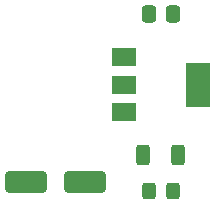
<source format=gbr>
%TF.GenerationSoftware,KiCad,Pcbnew,7.0.5*%
%TF.CreationDate,2023-06-11T14:56:47+10:00*%
%TF.ProjectId,Servo Controller 555,53657276-6f20-4436-9f6e-74726f6c6c65,rev?*%
%TF.SameCoordinates,Original*%
%TF.FileFunction,Paste,Top*%
%TF.FilePolarity,Positive*%
%FSLAX46Y46*%
G04 Gerber Fmt 4.6, Leading zero omitted, Abs format (unit mm)*
G04 Created by KiCad (PCBNEW 7.0.5) date 2023-06-11 14:56:47*
%MOMM*%
%LPD*%
G01*
G04 APERTURE LIST*
G04 Aperture macros list*
%AMRoundRect*
0 Rectangle with rounded corners*
0 $1 Rounding radius*
0 $2 $3 $4 $5 $6 $7 $8 $9 X,Y pos of 4 corners*
0 Add a 4 corners polygon primitive as box body*
4,1,4,$2,$3,$4,$5,$6,$7,$8,$9,$2,$3,0*
0 Add four circle primitives for the rounded corners*
1,1,$1+$1,$2,$3*
1,1,$1+$1,$4,$5*
1,1,$1+$1,$6,$7*
1,1,$1+$1,$8,$9*
0 Add four rect primitives between the rounded corners*
20,1,$1+$1,$2,$3,$4,$5,0*
20,1,$1+$1,$4,$5,$6,$7,0*
20,1,$1+$1,$6,$7,$8,$9,0*
20,1,$1+$1,$8,$9,$2,$3,0*%
G04 Aperture macros list end*
%ADD10RoundRect,0.250000X0.337500X0.475000X-0.337500X0.475000X-0.337500X-0.475000X0.337500X-0.475000X0*%
%ADD11R,2.000000X1.500000*%
%ADD12R,2.000000X3.800000*%
%ADD13RoundRect,0.250000X0.325000X0.450000X-0.325000X0.450000X-0.325000X-0.450000X0.325000X-0.450000X0*%
%ADD14RoundRect,0.250000X1.500000X0.650000X-1.500000X0.650000X-1.500000X-0.650000X1.500000X-0.650000X0*%
%ADD15RoundRect,0.250000X0.312500X0.625000X-0.312500X0.625000X-0.312500X-0.625000X0.312500X-0.625000X0*%
G04 APERTURE END LIST*
D10*
%TO.C,C3*%
X205037500Y-79000000D03*
X202962500Y-79000000D03*
%TD*%
D11*
%TO.C,U2*%
X200850000Y-82700000D03*
X200850000Y-85000000D03*
D12*
X207150000Y-85000000D03*
D11*
X200850000Y-87300000D03*
%TD*%
D13*
%TO.C,D3*%
X205025000Y-94000000D03*
X202975000Y-94000000D03*
%TD*%
D14*
%TO.C,D2*%
X197572000Y-93218000D03*
X192572000Y-93218000D03*
%TD*%
D15*
%TO.C,R3*%
X205462500Y-91000000D03*
X202537500Y-91000000D03*
%TD*%
M02*

</source>
